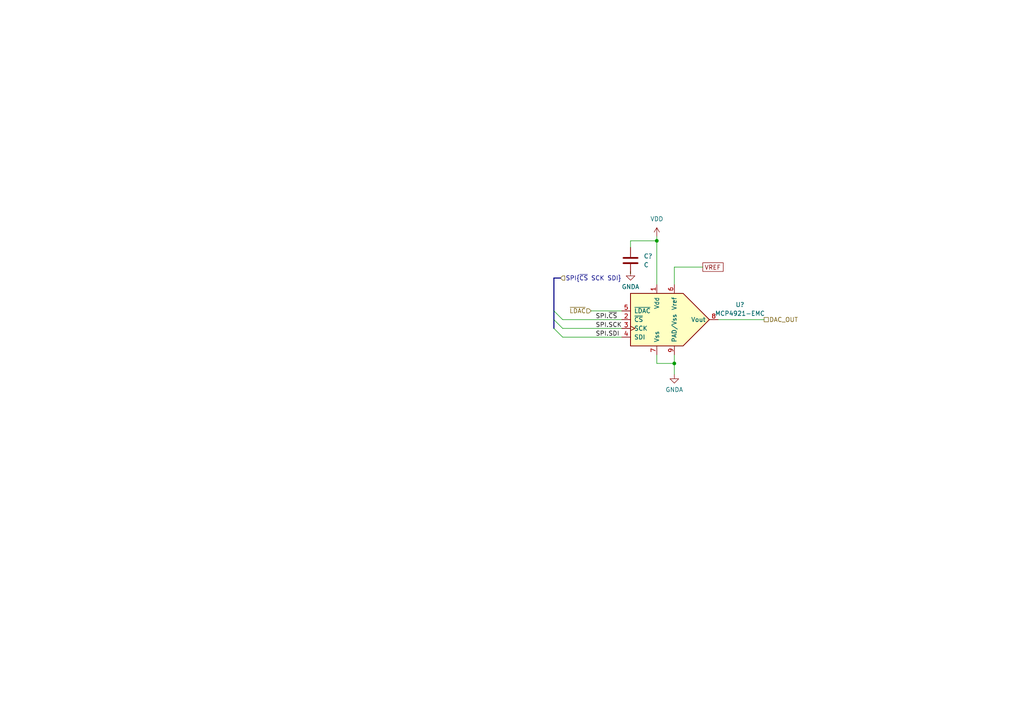
<source format=kicad_sch>
(kicad_sch (version 20211123) (generator eeschema)
  (paper "A4")
  (lib_symbols
    (symbol "Analog_DAC:MCP4921-EMC" (pin_names (offset 1.016))
      (property "Reference" "U" (at 6.35 10.795 0))
      (property "Value" "MCP4921-EMC" (at 6.35 8.89 0))
      (symbol "MCP4921-EMC_0_0"
        (polyline (pts (xy 15.24 0) (xy 7.62 7.62) (xy -7.62 7.62) (xy -7.62 -7.62) (xy 7.62 -7.62) (xy 15.24 0)) (stroke (width 0.254)) (fill (type background)))
      )
      (symbol "MCP4921-EMC_1_1"
        (pin power_in line (at 0 10.16 270) (length 2.54) (name "Vdd") (number "1"))
        (pin input line (at -10.16 0 0) (length 2.54) (name "~{CS}") (number "2"))
        (pin input clock (at -10.16 -2.54 0) (length 2.54) (name "SCK") (number "3"))
        (pin input line (at -10.16 -5.08 0) (length 2.54) (name "SDI") (number "4"))
        (pin input line (at -10.16 2.54 0) (length 2.54) (name "~{LDAC}") (number "5"))
        (pin power_in line (at 5.08 10.16 270) (length 2.54) (name "Vref") (number "6"))
        (pin power_in line (at 0 -10.16 90) (length 2.54) (name "Vss") (number "7"))
        (pin output line (at 17.78 0 180) (length 2.54) (name "Vout") (number "8"))
        (pin power_in line (at 5.08 -10.16 90) (length 2.54) (name "PAD/Vss") (number "9"))
      )
    )
    (symbol "Device:C" (pin_numbers hide) (pin_names (offset 0.254))
      (property "Reference" "C" (at 0.635 2.54 0))
      (property "Value" "C" (at 0.635 -2.54 0))
      (symbol "C_0_1"
        (polyline (pts (xy -2.032 -0.762) (xy 2.032 -0.762)) (stroke (width 0.508)))
        (polyline (pts (xy -2.032 0.762) (xy 2.032 0.762)) (stroke (width 0.508)))
      )
      (symbol "C_1_1"
        (pin passive line (at 0 3.81 270) (length 2.794) (name "~") (number "1"))
        (pin passive line (at 0 -3.81 90) (length 2.794) (name "~") (number "2"))
      )
    )
    (symbol "power:GNDA" (power) (pin_names (offset 0))
      (property "Value" "GNDA" (at 0 -3.81 0))
      (symbol "GNDA_0_1"
        (polyline (pts (xy 0 0) (xy 0 -1.27) (xy 1.27 -1.27) (xy 0 -2.54) (xy -1.27 -1.27) (xy 0 -1.27)))
      )
      (symbol "GNDA_1_1"
        (pin power_in line (at 0 0 270) (length 0) hide (name "GNDA") (number "1"))
      )
    )
    (symbol "power:VDD" (power) (pin_names (offset 0))
      (property "Value" "VDD" (at 0 3.81 0))
      (symbol "VDD_0_1"
        (polyline (pts (xy -0.762 1.27) (xy 0 2.54)))
        (polyline (pts (xy 0 0) (xy 0 2.54)))
        (polyline (pts (xy 0 2.54) (xy 0.762 1.27)))
      )
      (symbol "VDD_1_1"
        (pin power_in line (at 0 0 90) (length 0) hide (name "VDD") (number "1"))
      )
    )
  )
  (junction (at 195.58 105.41))
  (junction (at 190.5 69.85))
  (bus_entry (at 160.655 90.17) (size 2.54 2.54))
  (bus_entry (at 160.655 95.25) (size 2.54 2.54))
  (bus_entry (at 160.655 92.71) (size 2.54 2.54))
  (bus (pts (xy 160.655 90.17) (xy 160.655 92.71)))
  (wire (pts (xy 203.835 77.47) (xy 195.58 77.47)))
  (wire (pts (xy 163.195 92.71) (xy 180.34 92.71)))
  (wire (pts (xy 190.5 69.85) (xy 190.5 82.55)))
  (wire (pts (xy 195.58 102.87) (xy 195.58 105.41)))
  (wire (pts (xy 163.195 95.25) (xy 180.34 95.25)))
  (wire (pts (xy 182.88 69.85) (xy 190.5 69.85)))
  (wire (pts (xy 195.58 77.47) (xy 195.58 82.55)))
  (wire (pts (xy 171.45 90.17) (xy 180.34 90.17)))
  (bus (pts (xy 160.655 80.645) (xy 160.655 90.17)))
  (wire (pts (xy 190.5 68.58) (xy 190.5 69.85)))
  (wire (pts (xy 190.5 105.41) (xy 195.58 105.41)))
  (wire (pts (xy 195.58 105.41) (xy 195.58 108.585)))
  (wire (pts (xy 190.5 102.87) (xy 190.5 105.41)))
  (bus (pts (xy 162.56 80.645) (xy 160.655 80.645)))
  (bus (pts (xy 160.655 92.71) (xy 160.655 95.25)))
  (wire (pts (xy 182.88 79.375) (xy 182.88 78.74)))
  (wire (pts (xy 208.28 92.71) (xy 221.615 92.71)))
  (wire (pts (xy 163.195 97.79) (xy 180.34 97.79)))
  (wire (pts (xy 182.88 71.755) (xy 182.88 69.85)))
  (label "SPI.SCK" (at 172.72 95.25 0))
  (label "SPI.~{CS}" (at 172.72 92.71 0))
  (label "SPI.SDI" (at 172.72 97.79 0))
  (global_label "VREF" (shape passive) (at 203.835 77.47 0) (property "Intersheet References" "${INTERSHEET_REFS}" (effects hide)))
  (hierarchical_label "~{LDAC}" (shape input) (at 171.45 90.17 180))
  (hierarchical_label "DAC_OUT" (shape passive) (at 221.615 92.71 0))
  (hierarchical_label "SPI{~{CS} SCK SDI}" (shape input) (at 162.56 80.645 0))
  (symbol (lib_id "power:GNDA") (at 182.88 78.74 0) (unit 1)
    (property "Reference" "#PWR?" (effects hide))
    (property "Value" "GNDA" (at 182.88 83.185 0))
  )
  (symbol (lib_id "Analog_DAC:MCP4921-EMC") (at 190.5 92.71 0) (unit 1)
    (property "Reference" "U?" (at 214.63 88.3793 0))
    (property "Value" "MCP4921-EMC" (at 214.63 90.9193 0))
    (property "Footprint" "Package_DFN_QFN:DFN-8-1EP_3x2mm_P0.5mm_EP1.75x1.45mm" (effects hide))
    (property "Datasheet" "http://ww1.microchip.com/downloads/en/DeviceDoc/22248a.pdf" (effects hide))
  )
  (symbol (lib_id "power:VDD") (at 190.5 68.58 0) (unit 1)
    (property "Reference" "#PWR?" (effects hide))
    (property "Value" "VDD" (at 190.5 63.5 0))
  )
  (symbol (lib_id "Device:C") (at 182.88 75.565 0) (unit 1)
    (property "Reference" "C?" (at 186.69 74.2949 0) (effects (justify left)))
    (property "Value" "C" (at 186.69 76.8349 0) (effects (justify left)))
  )
  (symbol (lib_id "power:GNDA") (at 195.58 108.585 0) (unit 1)
    (property "Reference" "#PWR?" (effects hide))
    (property "Value" "GNDA" (at 195.58 113.03 0))
  )
)
</source>
